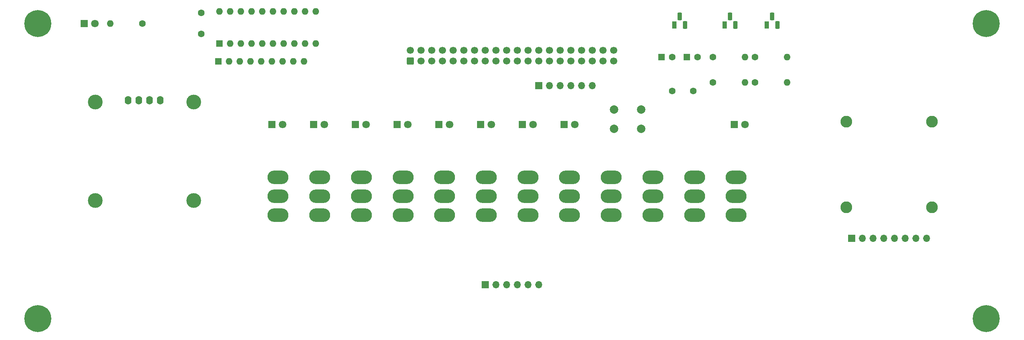
<source format=gbr>
%TF.GenerationSoftware,KiCad,Pcbnew,(6.0.11)*%
%TF.CreationDate,2023-12-17T12:12:52-05:00*%
%TF.ProjectId,front-panel.processor,66726f6e-742d-4706-916e-656c2e70726f,rev?*%
%TF.SameCoordinates,Original*%
%TF.FileFunction,Soldermask,Bot*%
%TF.FilePolarity,Negative*%
%FSLAX46Y46*%
G04 Gerber Fmt 4.6, Leading zero omitted, Abs format (unit mm)*
G04 Created by KiCad (PCBNEW (6.0.11)) date 2023-12-17 12:12:52*
%MOMM*%
%LPD*%
G01*
G04 APERTURE LIST*
G04 Aperture macros list*
%AMRoundRect*
0 Rectangle with rounded corners*
0 $1 Rounding radius*
0 $2 $3 $4 $5 $6 $7 $8 $9 X,Y pos of 4 corners*
0 Add a 4 corners polygon primitive as box body*
4,1,4,$2,$3,$4,$5,$6,$7,$8,$9,$2,$3,0*
0 Add four circle primitives for the rounded corners*
1,1,$1+$1,$2,$3*
1,1,$1+$1,$4,$5*
1,1,$1+$1,$6,$7*
1,1,$1+$1,$8,$9*
0 Add four rect primitives between the rounded corners*
20,1,$1+$1,$2,$3,$4,$5,0*
20,1,$1+$1,$4,$5,$6,$7,0*
20,1,$1+$1,$6,$7,$8,$9,0*
20,1,$1+$1,$8,$9,$2,$3,0*%
G04 Aperture macros list end*
%ADD10RoundRect,0.250000X0.600000X-0.600000X0.600000X0.600000X-0.600000X0.600000X-0.600000X-0.600000X0*%
%ADD11C,1.700000*%
%ADD12R,1.700000X1.700000*%
%ADD13O,1.700000X1.700000*%
%ADD14C,6.400000*%
%ADD15R,1.800000X1.800000*%
%ADD16C,1.800000*%
%ADD17C,1.600000*%
%ADD18O,1.600000X1.600000*%
%ADD19C,2.000000*%
%ADD20R,1.600000X1.600000*%
%ADD21R,1.100000X1.800000*%
%ADD22RoundRect,0.275000X-0.275000X-0.625000X0.275000X-0.625000X0.275000X0.625000X-0.275000X0.625000X0*%
%ADD23O,5.000000X3.200000*%
%ADD24C,2.794000*%
%ADD25O,1.600000X2.000000*%
%ADD26C,3.500000*%
G04 APERTURE END LIST*
D10*
%TO.C,J1*%
X128370000Y-163947500D03*
D11*
X128370000Y-161407500D03*
X130910000Y-163947500D03*
X130910000Y-161407500D03*
X133450000Y-163947500D03*
X133450000Y-161407500D03*
X135990000Y-163947500D03*
X135990000Y-161407500D03*
X138530000Y-163947500D03*
X138530000Y-161407500D03*
X141070000Y-163947500D03*
X141070000Y-161407500D03*
X143610000Y-163947500D03*
X143610000Y-161407500D03*
X146150000Y-163947500D03*
X146150000Y-161407500D03*
X148690000Y-163947500D03*
X148690000Y-161407500D03*
X151230000Y-163947500D03*
X151230000Y-161407500D03*
X153770000Y-163947500D03*
X153770000Y-161407500D03*
X156310000Y-163947500D03*
X156310000Y-161407500D03*
X158850000Y-163947500D03*
X158850000Y-161407500D03*
X161390000Y-163947500D03*
X161390000Y-161407500D03*
X163930000Y-163947500D03*
X163930000Y-161407500D03*
X166470000Y-163947500D03*
X166470000Y-161407500D03*
X169010000Y-163947500D03*
X169010000Y-161407500D03*
X171550000Y-163947500D03*
X171550000Y-161407500D03*
X174090000Y-163947500D03*
X174090000Y-161407500D03*
X176630000Y-163947500D03*
X176630000Y-161407500D03*
%TD*%
D12*
%TO.C,J2*%
X146150000Y-217000000D03*
D13*
X148690000Y-217000000D03*
X151230000Y-217000000D03*
X153770000Y-217000000D03*
X156310000Y-217000000D03*
X158850000Y-217000000D03*
%TD*%
D14*
%TO.C,H1*%
X40000000Y-155000000D03*
%TD*%
%TO.C,H2*%
X265000000Y-155000000D03*
%TD*%
%TO.C,H3*%
X265000000Y-225000000D03*
%TD*%
%TO.C,H4*%
X40000000Y-225000000D03*
%TD*%
D15*
%TO.C,D5*%
X51000000Y-155000000D03*
D16*
X53540000Y-155000000D03*
%TD*%
D17*
%TO.C,R6*%
X64810000Y-155000000D03*
D18*
X57190000Y-155000000D03*
%TD*%
D17*
%TO.C,R3*%
X200190000Y-169000000D03*
D18*
X207810000Y-169000000D03*
%TD*%
D15*
%TO.C,D4*%
X135171000Y-179000000D03*
D16*
X137711000Y-179000000D03*
%TD*%
D19*
%TO.C,SW9*%
X176690000Y-175460000D03*
X183190000Y-175460000D03*
X176690000Y-179960000D03*
X183190000Y-179960000D03*
%TD*%
D17*
%TO.C,R4*%
X210190000Y-169000000D03*
D18*
X217810000Y-169000000D03*
%TD*%
D15*
%TO.C,D6*%
X125265100Y-179000000D03*
D16*
X127805100Y-179000000D03*
%TD*%
D15*
%TO.C,D3*%
X145076900Y-179002300D03*
D16*
X147616900Y-179002300D03*
%TD*%
D20*
%TO.C,U1*%
X83075000Y-159800000D03*
D18*
X85615000Y-159800000D03*
X88155000Y-159800000D03*
X90695000Y-159800000D03*
X93235000Y-159800000D03*
X95775000Y-159800000D03*
X98315000Y-159800000D03*
X100855000Y-159800000D03*
X103395000Y-159800000D03*
X105935000Y-159800000D03*
X105935000Y-152180000D03*
X103395000Y-152180000D03*
X100855000Y-152180000D03*
X98315000Y-152180000D03*
X95775000Y-152180000D03*
X93235000Y-152180000D03*
X90695000Y-152180000D03*
X88155000Y-152180000D03*
X85615000Y-152180000D03*
X83075000Y-152180000D03*
%TD*%
D21*
%TO.C,Q2*%
X213000000Y-155400000D03*
D22*
X214270000Y-153330000D03*
X215540000Y-155400000D03*
%TD*%
D23*
%TO.C,SW8*%
X97000000Y-191550000D03*
X97000000Y-196000000D03*
X97000000Y-200450000D03*
%TD*%
%TO.C,SW3*%
X146410200Y-191550000D03*
X146410200Y-196000000D03*
X146410200Y-200450000D03*
%TD*%
%TO.C,SW7*%
X106882000Y-191550000D03*
X106882000Y-196000000D03*
X106882000Y-200450000D03*
%TD*%
D17*
%TO.C,C1*%
X78750000Y-157500000D03*
X78750000Y-152500000D03*
%TD*%
D21*
%TO.C,Q1*%
X203000000Y-155400000D03*
D22*
X204270000Y-153330000D03*
X205540000Y-155400000D03*
%TD*%
D12*
%TO.C,J3*%
X233125000Y-206000000D03*
D13*
X235665000Y-206000000D03*
X238205000Y-206000000D03*
X240745000Y-206000000D03*
X243285000Y-206000000D03*
X245825000Y-206000000D03*
X248365000Y-206000000D03*
X250905000Y-206000000D03*
D24*
X231855000Y-178314000D03*
X252175000Y-178314000D03*
X252175000Y-198634000D03*
X231855000Y-198634000D03*
%TD*%
D23*
%TO.C,SW1*%
X166174300Y-191550000D03*
X166174300Y-196000000D03*
X166174300Y-200450000D03*
%TD*%
%TO.C,SW5*%
X126646100Y-191550000D03*
X126646100Y-196000000D03*
X126646100Y-200450000D03*
%TD*%
D15*
%TO.C,D2*%
X154982800Y-179001800D03*
D16*
X157522800Y-179001800D03*
%TD*%
D17*
%TO.C,C5*%
X190500000Y-171000000D03*
X195500000Y-171000000D03*
%TD*%
D20*
%TO.C,C3*%
X194000000Y-163000000D03*
D17*
X196500000Y-163000000D03*
%TD*%
D20*
%TO.C,C4*%
X188000000Y-163000000D03*
D17*
X190500000Y-163000000D03*
%TD*%
D23*
%TO.C,SW10*%
X176056400Y-191550000D03*
X176056400Y-196000000D03*
X176056400Y-200450000D03*
%TD*%
D15*
%TO.C,D7*%
X115359300Y-179001800D03*
D16*
X117899300Y-179001800D03*
%TD*%
D23*
%TO.C,SW6*%
X116764100Y-191550000D03*
X116764100Y-196000000D03*
X116764100Y-200450000D03*
%TD*%
D12*
%TO.C,J4*%
X158900000Y-169750000D03*
D13*
X161440000Y-169750000D03*
X163980000Y-169750000D03*
X166520000Y-169750000D03*
X169060000Y-169750000D03*
X171600000Y-169750000D03*
%TD*%
D23*
%TO.C,SW11*%
X185938400Y-191550000D03*
X185938400Y-196000000D03*
X185938400Y-200450000D03*
%TD*%
D17*
%TO.C,R1*%
X210190000Y-163000000D03*
D18*
X217810000Y-163000000D03*
%TD*%
D20*
%TO.C,RN1*%
X82825000Y-164000000D03*
D18*
X85365000Y-164000000D03*
X87905000Y-164000000D03*
X90445000Y-164000000D03*
X92985000Y-164000000D03*
X95525000Y-164000000D03*
X98065000Y-164000000D03*
X100605000Y-164000000D03*
X103145000Y-164000000D03*
%TD*%
D15*
%TO.C,D8*%
X105453400Y-179000000D03*
D16*
X107993400Y-179000000D03*
%TD*%
D15*
%TO.C,D1*%
X164888600Y-179000000D03*
D16*
X167428600Y-179000000D03*
%TD*%
D15*
%TO.C,D10*%
X205270000Y-179000000D03*
D16*
X207810000Y-179000000D03*
%TD*%
D23*
%TO.C,SW2*%
X156292300Y-191550000D03*
X156292300Y-196000000D03*
X156292300Y-200450000D03*
%TD*%
D15*
%TO.C,D9*%
X95547500Y-179000000D03*
D16*
X98087500Y-179000000D03*
%TD*%
D25*
%TO.C,Brd1*%
X61380000Y-173198000D03*
X63920000Y-173198000D03*
X66460000Y-173198000D03*
X69000000Y-173198000D03*
D26*
X53600000Y-173650000D03*
X77000000Y-173650000D03*
X53600000Y-197000000D03*
X77000000Y-197000000D03*
%TD*%
D23*
%TO.C,SW13*%
X205702500Y-191550000D03*
X205702500Y-196000000D03*
X205702500Y-200450000D03*
%TD*%
D17*
%TO.C,R2*%
X200190000Y-163000000D03*
D18*
X207810000Y-163000000D03*
%TD*%
D23*
%TO.C,SW12*%
X195820500Y-191550000D03*
X195820500Y-196000000D03*
X195820500Y-200450000D03*
%TD*%
%TO.C,SW4*%
X136528200Y-191550000D03*
X136528200Y-196000000D03*
X136528200Y-200450000D03*
%TD*%
D21*
%TO.C,U3*%
X191000000Y-155400000D03*
D22*
X192270000Y-153330000D03*
X193540000Y-155400000D03*
%TD*%
M02*

</source>
